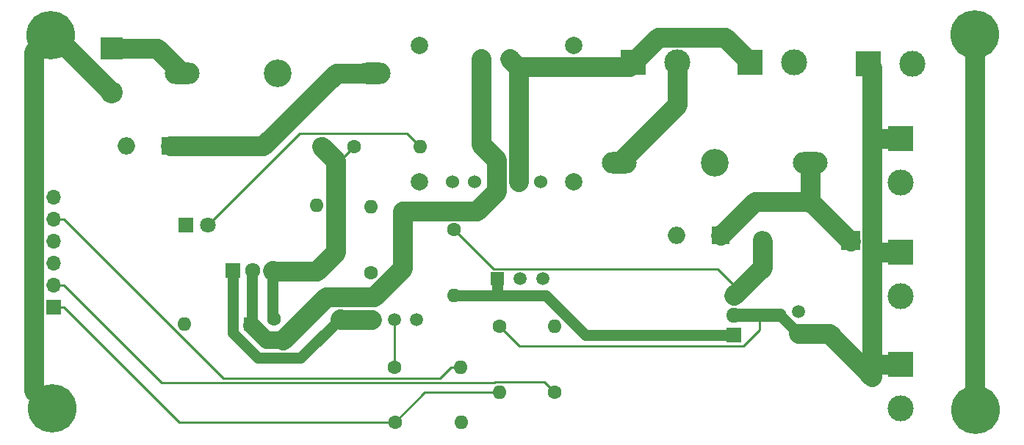
<source format=gbr>
%TF.GenerationSoftware,KiCad,Pcbnew,(5.1.9)-1*%
%TF.CreationDate,2021-04-11T16:44:48+02:00*%
%TF.ProjectId,charge_pcb,63686172-6765-45f7-9063-622e6b696361,rev?*%
%TF.SameCoordinates,Original*%
%TF.FileFunction,Copper,L2,Bot*%
%TF.FilePolarity,Positive*%
%FSLAX46Y46*%
G04 Gerber Fmt 4.6, Leading zero omitted, Abs format (unit mm)*
G04 Created by KiCad (PCBNEW (5.1.9)-1) date 2021-04-11 16:44:48*
%MOMM*%
%LPD*%
G01*
G04 APERTURE LIST*
%TA.AperFunction,ConnectorPad*%
%ADD10C,5.600000*%
%TD*%
%TA.AperFunction,ComponentPad*%
%ADD11C,3.600000*%
%TD*%
%TA.AperFunction,ComponentPad*%
%ADD12C,1.800000*%
%TD*%
%TA.AperFunction,ComponentPad*%
%ADD13R,1.800000X1.800000*%
%TD*%
%TA.AperFunction,ComponentPad*%
%ADD14O,1.600000X1.600000*%
%TD*%
%TA.AperFunction,ComponentPad*%
%ADD15C,1.600000*%
%TD*%
%TA.AperFunction,ComponentPad*%
%ADD16C,1.524000*%
%TD*%
%TA.AperFunction,ComponentPad*%
%ADD17C,2.000000*%
%TD*%
%TA.AperFunction,ComponentPad*%
%ADD18O,1.800000X1.714500*%
%TD*%
%TA.AperFunction,ComponentPad*%
%ADD19R,1.800000X1.714500*%
%TD*%
%TA.AperFunction,ComponentPad*%
%ADD20R,1.500000X1.500000*%
%TD*%
%TA.AperFunction,ComponentPad*%
%ADD21C,1.500000*%
%TD*%
%TA.AperFunction,ComponentPad*%
%ADD22O,1.714500X1.800000*%
%TD*%
%TA.AperFunction,ComponentPad*%
%ADD23R,1.714500X1.800000*%
%TD*%
%TA.AperFunction,ComponentPad*%
%ADD24C,3.000000*%
%TD*%
%TA.AperFunction,ComponentPad*%
%ADD25R,3.000000X3.000000*%
%TD*%
%TA.AperFunction,ComponentPad*%
%ADD26O,1.700000X1.700000*%
%TD*%
%TA.AperFunction,ComponentPad*%
%ADD27R,1.700000X1.700000*%
%TD*%
%TA.AperFunction,ComponentPad*%
%ADD28C,3.200000*%
%TD*%
%TA.AperFunction,ComponentPad*%
%ADD29O,4.000500X2.499360*%
%TD*%
%TA.AperFunction,ComponentPad*%
%ADD30O,2.200000X2.200000*%
%TD*%
%TA.AperFunction,ComponentPad*%
%ADD31R,2.200000X2.200000*%
%TD*%
%TA.AperFunction,ComponentPad*%
%ADD32O,2.000000X2.000000*%
%TD*%
%TA.AperFunction,ComponentPad*%
%ADD33R,2.000000X2.000000*%
%TD*%
%TA.AperFunction,ComponentPad*%
%ADD34R,1.600000X1.600000*%
%TD*%
%TA.AperFunction,ComponentPad*%
%ADD35C,1.501140*%
%TD*%
%TA.AperFunction,ComponentPad*%
%ADD36C,2.540000*%
%TD*%
%TA.AperFunction,ComponentPad*%
%ADD37R,2.540000X2.540000*%
%TD*%
%TA.AperFunction,Conductor*%
%ADD38C,0.254000*%
%TD*%
%TA.AperFunction,Conductor*%
%ADD39C,2.250000*%
%TD*%
%TA.AperFunction,Conductor*%
%ADD40C,1.550000*%
%TD*%
%TA.AperFunction,Conductor*%
%ADD41C,1.250000*%
%TD*%
%TA.AperFunction,Conductor*%
%ADD42C,2.000000*%
%TD*%
G04 APERTURE END LIST*
D10*
%TO.P,H2,1*%
%TO.N,GND*%
X179610000Y-107830000D03*
D11*
X179610000Y-107830000D03*
%TD*%
D10*
%TO.P,H4,1*%
%TO.N,GND*%
X73250000Y-151030000D03*
D11*
X73250000Y-151030000D03*
%TD*%
D10*
%TO.P,H3,1*%
%TO.N,GND*%
X179680000Y-151210000D03*
D11*
X179680000Y-151210000D03*
%TD*%
D10*
%TO.P,H1,1*%
%TO.N,GND*%
X73080000Y-107940000D03*
D11*
X73080000Y-107940000D03*
%TD*%
D12*
%TO.P,D6,2*%
%TO.N,Net-(D6-Pad2)*%
X91170000Y-129870000D03*
D13*
%TO.P,D6,1*%
%TO.N,GND*%
X88630000Y-129870000D03*
%TD*%
D14*
%TO.P,R9,2*%
%TO.N,Net-(D6-Pad2)*%
X115680000Y-120770000D03*
D15*
%TO.P,R9,1*%
%TO.N,Net-(D2-Pad2)*%
X108060000Y-120770000D03*
%TD*%
D16*
%TO.P,U1,4*%
%TO.N,Net-(J2-Pad1)*%
X126980000Y-122340000D03*
%TO.P,U1,5*%
%TO.N,Net-(D3-Pad1)*%
X124440000Y-122340000D03*
X124440000Y-124880000D03*
%TO.P,U1,4*%
%TO.N,Net-(J2-Pad1)*%
X126980000Y-124880000D03*
D17*
%TO.P,U1,*%
%TO.N,*%
X133330000Y-109132000D03*
X115550000Y-109132000D03*
X133330000Y-124880000D03*
X115550000Y-124880000D03*
D16*
%TO.P,U1,4*%
%TO.N,Net-(J2-Pad1)*%
X125964000Y-110656000D03*
%TO.P,U1,5*%
%TO.N,Net-(D3-Pad1)*%
X122662000Y-110656000D03*
%TO.P,U1,3*%
%TO.N,pinChargeCurrent*%
X129520000Y-124880000D03*
%TO.P,U1,1*%
%TO.N,+3V3*%
X119360000Y-124880000D03*
%TO.P,U1,2*%
%TO.N,GND*%
X121900000Y-124880000D03*
%TD*%
D14*
%TO.P,R8,2*%
%TO.N,GND*%
X120380000Y-152580000D03*
D15*
%TO.P,R8,1*%
%TO.N,pinBatteryVoltage*%
X112760000Y-152580000D03*
%TD*%
D14*
%TO.P,R7,2*%
%TO.N,pinBatteryVoltage*%
X124830000Y-149150000D03*
D15*
%TO.P,R7,1*%
%TO.N,Net-(C1-Pad1)*%
X124830000Y-141530000D03*
%TD*%
D14*
%TO.P,R6,2*%
%TO.N,Net-(Q3-Pad1)*%
X119590000Y-137990000D03*
D15*
%TO.P,R6,1*%
%TO.N,Net-(D5-Pad2)*%
X119590000Y-130370000D03*
%TD*%
D14*
%TO.P,R5,2*%
%TO.N,Net-(Q3-Pad2)*%
X131200000Y-141560000D03*
D15*
%TO.P,R5,1*%
%TO.N,pinBatterySwitch*%
X131200000Y-149180000D03*
%TD*%
D14*
%TO.P,R4,2*%
%TO.N,Net-(Q1-Pad1)*%
X106400000Y-140650000D03*
D15*
%TO.P,R4,1*%
%TO.N,Net-(D2-Pad2)*%
X98780000Y-140650000D03*
%TD*%
D14*
%TO.P,R3,2*%
%TO.N,pinChargeEnable*%
X120360000Y-146290000D03*
D15*
%TO.P,R3,1*%
%TO.N,Net-(Q1-Pad2)*%
X112740000Y-146290000D03*
%TD*%
D14*
%TO.P,R2,2*%
%TO.N,GND*%
X109980000Y-127680000D03*
D15*
%TO.P,R2,1*%
%TO.N,pinChargeVoltage*%
X109980000Y-135300000D03*
%TD*%
D14*
%TO.P,R1,2*%
%TO.N,pinChargeVoltage*%
X103760000Y-127510000D03*
D15*
%TO.P,R1,1*%
%TO.N,Net-(D2-Pad2)*%
X103760000Y-135130000D03*
%TD*%
D18*
%TO.P,Q4,3*%
%TO.N,Net-(D5-Pad2)*%
X151830000Y-137988000D03*
%TO.P,Q4,2*%
%TO.N,Net-(C1-Pad1)*%
X151830000Y-140274000D03*
D19*
%TO.P,Q4,1*%
%TO.N,Net-(Q3-Pad1)*%
X151830000Y-142560000D03*
%TD*%
D20*
%TO.P,Q3,1*%
%TO.N,Net-(Q3-Pad1)*%
X124580000Y-136030000D03*
D21*
%TO.P,Q3,3*%
%TO.N,GND*%
X129780000Y-136030000D03*
%TO.P,Q3,2*%
%TO.N,Net-(Q3-Pad2)*%
X127180000Y-136030000D03*
%TD*%
D22*
%TO.P,Q2,3*%
%TO.N,Net-(D2-Pad2)*%
X98612000Y-135050000D03*
%TO.P,Q2,2*%
%TO.N,Net-(D3-Pad1)*%
X96326000Y-135050000D03*
D23*
%TO.P,Q2,1*%
%TO.N,Net-(Q1-Pad1)*%
X94040000Y-135050000D03*
%TD*%
D20*
%TO.P,Q1,1*%
%TO.N,Net-(Q1-Pad1)*%
X110060000Y-140730000D03*
D21*
%TO.P,Q1,3*%
%TO.N,GND*%
X115260000Y-140730000D03*
%TO.P,Q1,2*%
%TO.N,Net-(Q1-Pad2)*%
X112660000Y-140730000D03*
%TD*%
D24*
%TO.P,J7,2*%
%TO.N,GND*%
X171010000Y-124920000D03*
D25*
%TO.P,J7,1*%
%TO.N,Net-(C1-Pad1)*%
X171010000Y-119840000D03*
%TD*%
D24*
%TO.P,J6,2*%
%TO.N,GND*%
X171010000Y-151010000D03*
D25*
%TO.P,J6,1*%
%TO.N,Net-(C1-Pad1)*%
X171010000Y-145930000D03*
%TD*%
D24*
%TO.P,J5,2*%
%TO.N,GND*%
X171010000Y-138070000D03*
D25*
%TO.P,J5,1*%
%TO.N,Net-(C1-Pad1)*%
X171010000Y-132990000D03*
%TD*%
D24*
%TO.P,J4,2*%
%TO.N,GND*%
X172380000Y-111170000D03*
D25*
%TO.P,J4,1*%
%TO.N,Net-(C1-Pad1)*%
X167300000Y-111170000D03*
%TD*%
D24*
%TO.P,J3,2*%
%TO.N,Net-(F2-Pad1)*%
X145310000Y-111070000D03*
D25*
%TO.P,J3,1*%
%TO.N,Net-(J2-Pad1)*%
X140230000Y-111070000D03*
%TD*%
D24*
%TO.P,J2,2*%
%TO.N,GND*%
X158750000Y-111070000D03*
D25*
%TO.P,J2,1*%
%TO.N,Net-(J2-Pad1)*%
X153670000Y-111070000D03*
%TD*%
D26*
%TO.P,J1,6*%
%TO.N,pinVoltageMeasurement*%
X73400000Y-126620000D03*
%TO.P,J1,5*%
%TO.N,pinChargeEnable*%
X73400000Y-129160000D03*
%TO.P,J1,4*%
%TO.N,pinChargeCurrent*%
X73400000Y-131700000D03*
%TO.P,J1,3*%
%TO.N,pinChargeVoltage*%
X73400000Y-134240000D03*
%TO.P,J1,2*%
%TO.N,pinBatterySwitch*%
X73400000Y-136780000D03*
D27*
%TO.P,J1,1*%
%TO.N,pinBatteryVoltage*%
X73400000Y-139320000D03*
%TD*%
D28*
%TO.P,F2,~*%
%TO.N,N/C*%
X149620000Y-122630000D03*
D29*
%TO.P,F2,1*%
%TO.N,Net-(F2-Pad1)*%
X138619260Y-122630000D03*
%TO.P,F2,2*%
%TO.N,Net-(D4-Pad1)*%
X160620740Y-122630000D03*
%TD*%
D28*
%TO.P,F1,~*%
%TO.N,N/C*%
X99226000Y-112321000D03*
D29*
%TO.P,F1,1*%
%TO.N,Net-(BT1-Pad1)*%
X88225260Y-112321000D03*
%TO.P,F1,2*%
%TO.N,Net-(D1-Pad1)*%
X110226740Y-112321000D03*
%TD*%
D30*
%TO.P,D5,2*%
%TO.N,Net-(D5-Pad2)*%
X155090000Y-131590000D03*
D31*
%TO.P,D5,1*%
%TO.N,Net-(D4-Pad1)*%
X165250000Y-131590000D03*
%TD*%
D32*
%TO.P,D4,2*%
%TO.N,GND*%
X145220000Y-131040000D03*
D33*
%TO.P,D4,1*%
%TO.N,Net-(D4-Pad1)*%
X150300000Y-131040000D03*
%TD*%
D14*
%TO.P,D3,2*%
%TO.N,GND*%
X88450000Y-141230000D03*
D34*
%TO.P,D3,1*%
%TO.N,Net-(D3-Pad1)*%
X96070000Y-141230000D03*
%TD*%
D30*
%TO.P,D2,2*%
%TO.N,Net-(D2-Pad2)*%
X104280000Y-120750000D03*
D31*
%TO.P,D2,1*%
%TO.N,Net-(D1-Pad1)*%
X94120000Y-120750000D03*
%TD*%
D32*
%TO.P,D1,2*%
%TO.N,GND*%
X81780000Y-120720000D03*
D33*
%TO.P,D1,1*%
%TO.N,Net-(D1-Pad1)*%
X86860000Y-120720000D03*
%TD*%
D35*
%TO.P,C1,2*%
%TO.N,GND*%
X159280000Y-139840000D03*
%TO.P,C1,1*%
%TO.N,Net-(C1-Pad1)*%
X159280000Y-142380000D03*
%TD*%
D36*
%TO.P,BT1,2*%
%TO.N,GND*%
X80140000Y-114550000D03*
D37*
%TO.P,BT1,1*%
%TO.N,Net-(BT1-Pad1)*%
X80140000Y-109470000D03*
%TD*%
D38*
%TO.N,GND*%
X88630000Y-129870000D02*
X88630000Y-129540000D01*
D39*
X73530000Y-107940000D02*
X80140000Y-114550000D01*
X73080000Y-107940000D02*
X73530000Y-107940000D01*
X71170999Y-148950999D02*
X73250000Y-151030000D01*
X71170999Y-109849001D02*
X71170999Y-148950999D01*
X73080000Y-107940000D02*
X71170999Y-109849001D01*
X179610000Y-151140000D02*
X179680000Y-151210000D01*
X179610000Y-107830000D02*
X179610000Y-151140000D01*
D38*
%TO.N,Net-(BT1-Pad1)*%
X86799600Y-110895500D02*
X86799800Y-110895500D01*
X86799800Y-110895500D02*
X88225300Y-112321000D01*
D39*
X86799600Y-110895500D02*
X88225200Y-112321000D01*
X80140000Y-109470000D02*
X85374000Y-109470000D01*
X85374000Y-109470000D02*
X86799600Y-110895500D01*
D38*
%TO.N,Net-(C1-Pad1)*%
X154776000Y-140274000D02*
X154776000Y-141926200D01*
X154776000Y-141926200D02*
X152892700Y-143809500D01*
X152892700Y-143809500D02*
X127109500Y-143809500D01*
X127109500Y-143809500D02*
X124830000Y-141530000D01*
D40*
X154776000Y-140274000D02*
X157174000Y-140274000D01*
X152378000Y-140274000D02*
X154776000Y-140274000D01*
X151830000Y-140274000D02*
X152378000Y-140274000D01*
D41*
X157174000Y-140274000D02*
X159280000Y-142380000D01*
D39*
X167764000Y-132324000D02*
X167764000Y-145274000D01*
D41*
X152378000Y-140274000D02*
X151830000Y-140274000D01*
D39*
X159280000Y-142380000D02*
X162788000Y-142380000D01*
X162788000Y-142380000D02*
X167764000Y-147356000D01*
X167764000Y-147356000D02*
X167764000Y-145274000D01*
X167300000Y-111170000D02*
X167764000Y-111634000D01*
X167764000Y-111634000D02*
X167764000Y-120486000D01*
X167764000Y-120486000D02*
X167764000Y-132324000D01*
X171010000Y-119840000D02*
X168410000Y-119840000D01*
X168410000Y-119840000D02*
X167764000Y-120486000D01*
X171010000Y-132990000D02*
X168430000Y-132990000D01*
X168430000Y-132990000D02*
X167764000Y-132324000D01*
X171010000Y-145930000D02*
X168420000Y-145930000D01*
X168420000Y-145930000D02*
X167764000Y-145274000D01*
D38*
%TO.N,Net-(D1-Pad1)*%
X94090000Y-120720000D02*
X94120000Y-120750000D01*
D39*
X94090000Y-120720000D02*
X86860000Y-120720000D01*
X110226700Y-112321000D02*
X105976000Y-112321000D01*
X105976000Y-112321000D02*
X97577700Y-120720000D01*
X97577700Y-120720000D02*
X94090000Y-120720000D01*
X110227000Y-112321000D02*
X110226700Y-112321000D01*
D41*
%TO.N,Net-(D2-Pad2)*%
X98612000Y-135050000D02*
X98612000Y-140482000D01*
X98612000Y-140482000D02*
X98780000Y-140650000D01*
D39*
X103760000Y-135130000D02*
X98692000Y-135130000D01*
X98692000Y-135130000D02*
X98612000Y-135050000D01*
X104280000Y-120750000D02*
X105939000Y-122409000D01*
X105939000Y-122409000D02*
X105939000Y-132951000D01*
X105939000Y-132951000D02*
X103760000Y-135130000D01*
D38*
X106421000Y-122409000D02*
X108060000Y-120770000D01*
X105939000Y-122409000D02*
X106421000Y-122409000D01*
D41*
%TO.N,Net-(D3-Pad1)*%
X96290000Y-135045000D02*
X96290000Y-141220000D01*
X96326000Y-141225000D02*
X96070000Y-141481000D01*
D39*
X124440000Y-124880000D02*
X124440000Y-125958000D01*
X124440000Y-125958000D02*
X122207000Y-128191000D01*
X122207000Y-128191000D02*
X113659000Y-128191000D01*
X113659000Y-128191000D02*
X113659000Y-134846000D01*
X113659000Y-134846000D02*
X110359000Y-138146000D01*
X110359000Y-138146000D02*
X104825000Y-138146000D01*
X104825000Y-138146000D02*
X99817200Y-143154000D01*
D42*
X100110000Y-143150000D02*
X98035600Y-143150000D01*
X97970000Y-143140000D02*
X96297200Y-141467000D01*
D39*
X124440000Y-122340000D02*
X124440000Y-124880000D01*
X122662000Y-110656000D02*
X122662000Y-120562000D01*
X122662000Y-120562000D02*
X124440000Y-122340000D01*
%TO.N,Net-(D4-Pad1)*%
X165185000Y-131655000D02*
X165260000Y-131730000D01*
X160621000Y-127091000D02*
X165185000Y-131655000D01*
D38*
X165250000Y-131590000D02*
X165185000Y-131655000D01*
X160621000Y-124860500D02*
X160620700Y-124860200D01*
X160620700Y-124860200D02*
X160620700Y-122630000D01*
D39*
X160621000Y-124860500D02*
X160621000Y-127091000D01*
X160621000Y-122630000D02*
X160621000Y-124860500D01*
X160621000Y-127091000D02*
X154249000Y-127091000D01*
X154249000Y-127091000D02*
X150300000Y-131040000D01*
D38*
%TO.N,Net-(D5-Pad2)*%
X151830000Y-137988000D02*
X151830000Y-136749400D01*
X151830000Y-136749400D02*
X149979200Y-134898600D01*
X149979200Y-134898600D02*
X124118600Y-134898600D01*
X124118600Y-134898600D02*
X119590000Y-130370000D01*
D39*
X155100000Y-133224000D02*
X155100000Y-134718000D01*
X155100000Y-134718000D02*
X151830000Y-137988000D01*
D38*
X155100000Y-133224000D02*
X155090000Y-133214000D01*
X155090000Y-133214000D02*
X155090000Y-131590000D01*
D39*
X155100000Y-131730000D02*
X155100000Y-133224000D01*
D38*
%TO.N,Net-(F2-Pad1)*%
X138619300Y-122629700D02*
X138619300Y-122630000D01*
D39*
X145310000Y-111070000D02*
X145310000Y-115939000D01*
X145310000Y-115939000D02*
X138619300Y-122629700D01*
X138619300Y-122629700D02*
X138619000Y-122630000D01*
D38*
%TO.N,pinChargeEnable*%
X120360000Y-146290000D02*
X119178700Y-146290000D01*
X73400000Y-129160000D02*
X74631300Y-129160000D01*
X74631300Y-129160000D02*
X92966600Y-147495300D01*
X92966600Y-147495300D02*
X117973400Y-147495300D01*
X117973400Y-147495300D02*
X119178700Y-146290000D01*
%TO.N,pinBatterySwitch*%
X73400000Y-136780000D02*
X74631300Y-136780000D01*
X74631300Y-136780000D02*
X85859300Y-148008000D01*
X85859300Y-148008000D02*
X124216900Y-148008000D01*
X124216900Y-148008000D02*
X124273000Y-147951900D01*
X124273000Y-147951900D02*
X129971900Y-147951900D01*
X129971900Y-147951900D02*
X131200000Y-149180000D01*
%TO.N,pinBatteryVoltage*%
X73400000Y-139320000D02*
X74631300Y-139320000D01*
X74631300Y-139320000D02*
X87891300Y-152580000D01*
X87891300Y-152580000D02*
X112760000Y-152580000D01*
X112760000Y-152580000D02*
X116190000Y-149150000D01*
X116190000Y-149150000D02*
X124830000Y-149150000D01*
D39*
%TO.N,Net-(J2-Pad1)*%
X126980000Y-122340000D02*
X126980000Y-124880000D01*
X126819000Y-111511000D02*
X126980000Y-111672000D01*
X126980000Y-111672000D02*
X126980000Y-122340000D01*
X125964000Y-110656000D02*
X126819000Y-111511000D01*
X125964000Y-110656000D02*
X126819000Y-111511000D01*
X126819000Y-111511000D02*
X139789000Y-111511000D01*
X139789000Y-111511000D02*
X140230000Y-111070000D01*
X153670000Y-111070000D02*
X150791000Y-108191000D01*
X150791000Y-108191000D02*
X143109000Y-108191000D01*
X143109000Y-108191000D02*
X140230000Y-111070000D01*
D41*
%TO.N,Net-(Q1-Pad1)*%
X94040000Y-135050000D02*
X94040000Y-142285000D01*
X94040000Y-142285000D02*
X96912700Y-145158000D01*
X96912700Y-145158000D02*
X101892000Y-145158000D01*
X101892000Y-145158000D02*
X106400000Y-140650000D01*
D39*
X110060000Y-140730000D02*
X106480000Y-140730000D01*
X106480000Y-140730000D02*
X106400000Y-140650000D01*
D38*
%TO.N,Net-(Q1-Pad2)*%
X112660000Y-140730000D02*
X112660000Y-146210000D01*
X112660000Y-146210000D02*
X112740000Y-146290000D01*
D41*
%TO.N,Net-(Q3-Pad1)*%
X124380000Y-137990000D02*
X119590000Y-137990000D01*
X124580000Y-136030000D02*
X124580000Y-137790000D01*
X124580000Y-137790000D02*
X124380000Y-137990000D01*
X151830000Y-142560000D02*
X134685000Y-142560000D01*
X134685000Y-142560000D02*
X130115000Y-137990000D01*
X130115000Y-137990000D02*
X124380000Y-137990000D01*
D38*
%TO.N,Net-(D6-Pad2)*%
X101796008Y-119243992D02*
X91170000Y-129870000D01*
X114153992Y-119243992D02*
X101796008Y-119243992D01*
X115680000Y-120770000D02*
X114153992Y-119243992D01*
%TD*%
M02*

</source>
